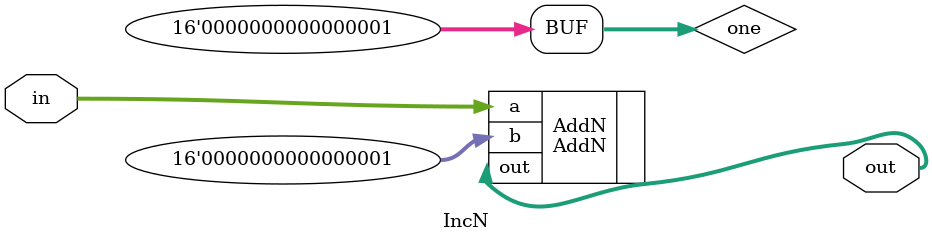
<source format=v>
module IncN #(
  parameter width = 16
) (
  input wire [width-1:0] in,
  output wire [width-1:0] out
);

wire [width-1:0] one = {{width - 1{1'b0}}, 1'b1};

AddN #(.width(width)) AddN(.a(in), .b(one), .out(out));

endmodule

</source>
